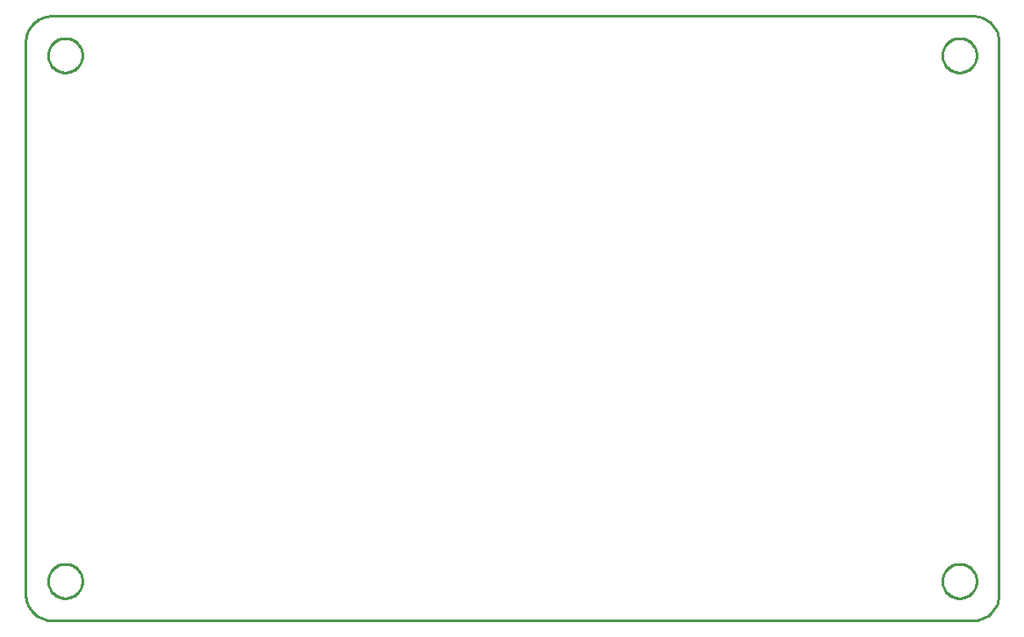
<source format=gbr>
G04 EAGLE Gerber RS-274X export*
G75*
%MOMM*%
%FSLAX34Y34*%
%LPD*%
%IN*%
%IPPOS*%
%AMOC8*
5,1,8,0,0,1.08239X$1,22.5*%
G01*
%ADD10C,0.254000*%


D10*
X0Y25400D02*
X97Y23186D01*
X386Y20989D01*
X865Y18826D01*
X1532Y16713D01*
X2380Y14666D01*
X3403Y12700D01*
X4594Y10831D01*
X5942Y9073D01*
X7440Y7440D01*
X9073Y5942D01*
X10831Y4594D01*
X12700Y3403D01*
X14666Y2380D01*
X16713Y1532D01*
X18826Y865D01*
X20989Y386D01*
X23186Y97D01*
X25400Y0D01*
X914400Y0D01*
X916614Y97D01*
X918811Y386D01*
X920974Y865D01*
X923087Y1532D01*
X925135Y2380D01*
X927100Y3403D01*
X928969Y4594D01*
X930727Y5942D01*
X932361Y7440D01*
X933858Y9073D01*
X935206Y10831D01*
X936397Y12700D01*
X937420Y14666D01*
X938268Y16713D01*
X938935Y18826D01*
X939414Y20989D01*
X939703Y23186D01*
X939800Y25400D01*
X939800Y558800D01*
X939703Y561014D01*
X939414Y563211D01*
X938935Y565374D01*
X938268Y567487D01*
X937420Y569535D01*
X936397Y571500D01*
X935206Y573369D01*
X933858Y575127D01*
X932361Y576761D01*
X930727Y578258D01*
X928969Y579606D01*
X927100Y580797D01*
X925135Y581820D01*
X923087Y582668D01*
X920974Y583335D01*
X918811Y583814D01*
X916614Y584103D01*
X914400Y584200D01*
X25400Y584200D01*
X23186Y584103D01*
X20989Y583814D01*
X18826Y583335D01*
X16713Y582668D01*
X14666Y581820D01*
X12700Y580797D01*
X10831Y579606D01*
X9073Y578258D01*
X7440Y576761D01*
X5942Y575127D01*
X4594Y573369D01*
X3403Y571500D01*
X2380Y569535D01*
X1532Y567487D01*
X865Y565374D01*
X386Y563211D01*
X97Y561014D01*
X0Y558800D01*
X0Y25400D01*
X918210Y545560D02*
X918139Y544481D01*
X917998Y543409D01*
X917787Y542349D01*
X917508Y541305D01*
X917160Y540281D01*
X916746Y539283D01*
X916268Y538313D01*
X915728Y537377D01*
X915127Y536478D01*
X914469Y535621D01*
X913757Y534808D01*
X912992Y534044D01*
X912179Y533331D01*
X911322Y532673D01*
X910423Y532072D01*
X909487Y531532D01*
X908517Y531054D01*
X907519Y530640D01*
X906495Y530292D01*
X905451Y530013D01*
X904391Y529802D01*
X903319Y529661D01*
X902240Y529590D01*
X901160Y529590D01*
X900081Y529661D01*
X899009Y529802D01*
X897949Y530013D01*
X896905Y530292D01*
X895881Y530640D01*
X894883Y531054D01*
X893913Y531532D01*
X892977Y532072D01*
X892078Y532673D01*
X891221Y533331D01*
X890408Y534044D01*
X889644Y534808D01*
X888931Y535621D01*
X888273Y536478D01*
X887672Y537377D01*
X887132Y538313D01*
X886654Y539283D01*
X886240Y540281D01*
X885892Y541305D01*
X885613Y542349D01*
X885402Y543409D01*
X885261Y544481D01*
X885190Y545560D01*
X885190Y546640D01*
X885261Y547719D01*
X885402Y548791D01*
X885613Y549851D01*
X885892Y550895D01*
X886240Y551919D01*
X886654Y552917D01*
X887132Y553887D01*
X887672Y554823D01*
X888273Y555722D01*
X888931Y556579D01*
X889644Y557392D01*
X890408Y558157D01*
X891221Y558869D01*
X892078Y559527D01*
X892977Y560128D01*
X893913Y560668D01*
X894883Y561146D01*
X895881Y561560D01*
X896905Y561908D01*
X897949Y562187D01*
X899009Y562398D01*
X900081Y562539D01*
X901160Y562610D01*
X902240Y562610D01*
X903319Y562539D01*
X904391Y562398D01*
X905451Y562187D01*
X906495Y561908D01*
X907519Y561560D01*
X908517Y561146D01*
X909487Y560668D01*
X910423Y560128D01*
X911322Y559527D01*
X912179Y558869D01*
X912992Y558157D01*
X913757Y557392D01*
X914469Y556579D01*
X915127Y555722D01*
X915728Y554823D01*
X916268Y553887D01*
X916746Y552917D01*
X917160Y551919D01*
X917508Y550895D01*
X917787Y549851D01*
X917998Y548791D01*
X918139Y547719D01*
X918210Y546640D01*
X918210Y545560D01*
X54610Y545560D02*
X54539Y544481D01*
X54398Y543409D01*
X54187Y542349D01*
X53908Y541305D01*
X53560Y540281D01*
X53146Y539283D01*
X52668Y538313D01*
X52128Y537377D01*
X51527Y536478D01*
X50869Y535621D01*
X50157Y534808D01*
X49392Y534044D01*
X48579Y533331D01*
X47722Y532673D01*
X46823Y532072D01*
X45887Y531532D01*
X44917Y531054D01*
X43919Y530640D01*
X42895Y530292D01*
X41851Y530013D01*
X40791Y529802D01*
X39719Y529661D01*
X38640Y529590D01*
X37560Y529590D01*
X36481Y529661D01*
X35409Y529802D01*
X34349Y530013D01*
X33305Y530292D01*
X32281Y530640D01*
X31283Y531054D01*
X30313Y531532D01*
X29377Y532072D01*
X28478Y532673D01*
X27621Y533331D01*
X26808Y534044D01*
X26044Y534808D01*
X25331Y535621D01*
X24673Y536478D01*
X24072Y537377D01*
X23532Y538313D01*
X23054Y539283D01*
X22640Y540281D01*
X22292Y541305D01*
X22013Y542349D01*
X21802Y543409D01*
X21661Y544481D01*
X21590Y545560D01*
X21590Y546640D01*
X21661Y547719D01*
X21802Y548791D01*
X22013Y549851D01*
X22292Y550895D01*
X22640Y551919D01*
X23054Y552917D01*
X23532Y553887D01*
X24072Y554823D01*
X24673Y555722D01*
X25331Y556579D01*
X26044Y557392D01*
X26808Y558157D01*
X27621Y558869D01*
X28478Y559527D01*
X29377Y560128D01*
X30313Y560668D01*
X31283Y561146D01*
X32281Y561560D01*
X33305Y561908D01*
X34349Y562187D01*
X35409Y562398D01*
X36481Y562539D01*
X37560Y562610D01*
X38640Y562610D01*
X39719Y562539D01*
X40791Y562398D01*
X41851Y562187D01*
X42895Y561908D01*
X43919Y561560D01*
X44917Y561146D01*
X45887Y560668D01*
X46823Y560128D01*
X47722Y559527D01*
X48579Y558869D01*
X49392Y558157D01*
X50157Y557392D01*
X50869Y556579D01*
X51527Y555722D01*
X52128Y554823D01*
X52668Y553887D01*
X53146Y552917D01*
X53560Y551919D01*
X53908Y550895D01*
X54187Y549851D01*
X54398Y548791D01*
X54539Y547719D01*
X54610Y546640D01*
X54610Y545560D01*
X918210Y37560D02*
X918139Y36481D01*
X917998Y35409D01*
X917787Y34349D01*
X917508Y33305D01*
X917160Y32281D01*
X916746Y31283D01*
X916268Y30313D01*
X915728Y29377D01*
X915127Y28478D01*
X914469Y27621D01*
X913757Y26808D01*
X912992Y26044D01*
X912179Y25331D01*
X911322Y24673D01*
X910423Y24072D01*
X909487Y23532D01*
X908517Y23054D01*
X907519Y22640D01*
X906495Y22292D01*
X905451Y22013D01*
X904391Y21802D01*
X903319Y21661D01*
X902240Y21590D01*
X901160Y21590D01*
X900081Y21661D01*
X899009Y21802D01*
X897949Y22013D01*
X896905Y22292D01*
X895881Y22640D01*
X894883Y23054D01*
X893913Y23532D01*
X892977Y24072D01*
X892078Y24673D01*
X891221Y25331D01*
X890408Y26044D01*
X889644Y26808D01*
X888931Y27621D01*
X888273Y28478D01*
X887672Y29377D01*
X887132Y30313D01*
X886654Y31283D01*
X886240Y32281D01*
X885892Y33305D01*
X885613Y34349D01*
X885402Y35409D01*
X885261Y36481D01*
X885190Y37560D01*
X885190Y38640D01*
X885261Y39719D01*
X885402Y40791D01*
X885613Y41851D01*
X885892Y42895D01*
X886240Y43919D01*
X886654Y44917D01*
X887132Y45887D01*
X887672Y46823D01*
X888273Y47722D01*
X888931Y48579D01*
X889644Y49392D01*
X890408Y50157D01*
X891221Y50869D01*
X892078Y51527D01*
X892977Y52128D01*
X893913Y52668D01*
X894883Y53146D01*
X895881Y53560D01*
X896905Y53908D01*
X897949Y54187D01*
X899009Y54398D01*
X900081Y54539D01*
X901160Y54610D01*
X902240Y54610D01*
X903319Y54539D01*
X904391Y54398D01*
X905451Y54187D01*
X906495Y53908D01*
X907519Y53560D01*
X908517Y53146D01*
X909487Y52668D01*
X910423Y52128D01*
X911322Y51527D01*
X912179Y50869D01*
X912992Y50157D01*
X913757Y49392D01*
X914469Y48579D01*
X915127Y47722D01*
X915728Y46823D01*
X916268Y45887D01*
X916746Y44917D01*
X917160Y43919D01*
X917508Y42895D01*
X917787Y41851D01*
X917998Y40791D01*
X918139Y39719D01*
X918210Y38640D01*
X918210Y37560D01*
X54610Y37560D02*
X54539Y36481D01*
X54398Y35409D01*
X54187Y34349D01*
X53908Y33305D01*
X53560Y32281D01*
X53146Y31283D01*
X52668Y30313D01*
X52128Y29377D01*
X51527Y28478D01*
X50869Y27621D01*
X50157Y26808D01*
X49392Y26044D01*
X48579Y25331D01*
X47722Y24673D01*
X46823Y24072D01*
X45887Y23532D01*
X44917Y23054D01*
X43919Y22640D01*
X42895Y22292D01*
X41851Y22013D01*
X40791Y21802D01*
X39719Y21661D01*
X38640Y21590D01*
X37560Y21590D01*
X36481Y21661D01*
X35409Y21802D01*
X34349Y22013D01*
X33305Y22292D01*
X32281Y22640D01*
X31283Y23054D01*
X30313Y23532D01*
X29377Y24072D01*
X28478Y24673D01*
X27621Y25331D01*
X26808Y26044D01*
X26044Y26808D01*
X25331Y27621D01*
X24673Y28478D01*
X24072Y29377D01*
X23532Y30313D01*
X23054Y31283D01*
X22640Y32281D01*
X22292Y33305D01*
X22013Y34349D01*
X21802Y35409D01*
X21661Y36481D01*
X21590Y37560D01*
X21590Y38640D01*
X21661Y39719D01*
X21802Y40791D01*
X22013Y41851D01*
X22292Y42895D01*
X22640Y43919D01*
X23054Y44917D01*
X23532Y45887D01*
X24072Y46823D01*
X24673Y47722D01*
X25331Y48579D01*
X26044Y49392D01*
X26808Y50157D01*
X27621Y50869D01*
X28478Y51527D01*
X29377Y52128D01*
X30313Y52668D01*
X31283Y53146D01*
X32281Y53560D01*
X33305Y53908D01*
X34349Y54187D01*
X35409Y54398D01*
X36481Y54539D01*
X37560Y54610D01*
X38640Y54610D01*
X39719Y54539D01*
X40791Y54398D01*
X41851Y54187D01*
X42895Y53908D01*
X43919Y53560D01*
X44917Y53146D01*
X45887Y52668D01*
X46823Y52128D01*
X47722Y51527D01*
X48579Y50869D01*
X49392Y50157D01*
X50157Y49392D01*
X50869Y48579D01*
X51527Y47722D01*
X52128Y46823D01*
X52668Y45887D01*
X53146Y44917D01*
X53560Y43919D01*
X53908Y42895D01*
X54187Y41851D01*
X54398Y40791D01*
X54539Y39719D01*
X54610Y38640D01*
X54610Y37560D01*
M02*

</source>
